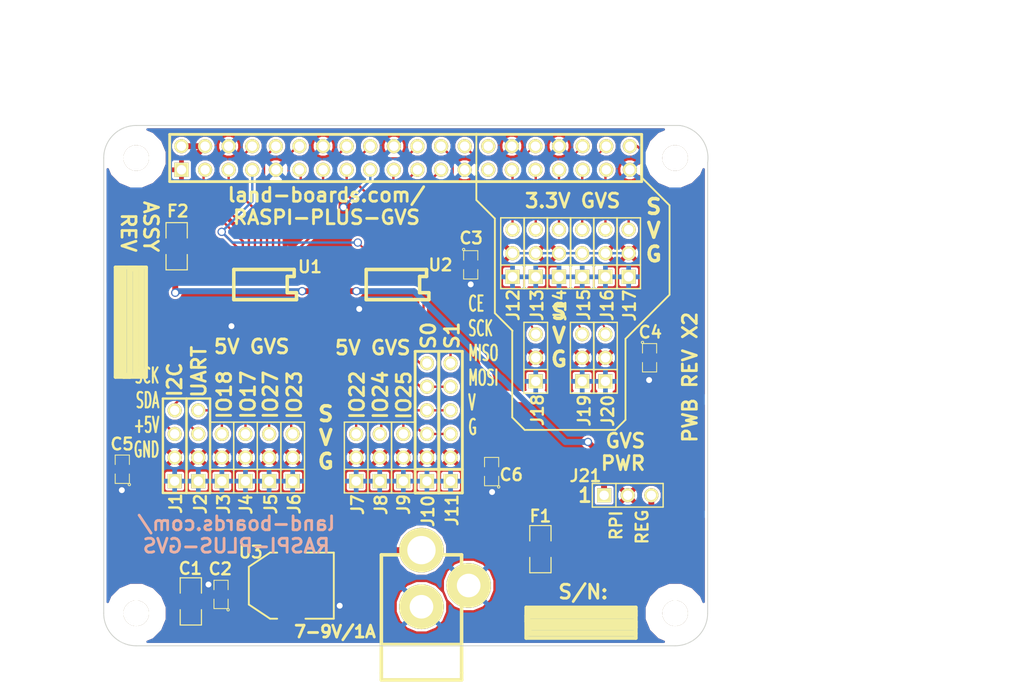
<source format=kicad_pcb>
(kicad_pcb (version 3) (host pcbnew "(2013-07-07 BZR 4022)-stable")
  (layers (15 F.Cu signal) (0 B.Cu signal hide) (20 B.SilkS user) (21 F.SilkS user) (22 B.Mask user) (23 F.Mask user) (28 Edge.Cuts user))
  (net 0 "")
  (net 1 /+3.3V)
  (net 2 /BIO_17)
  (net 3 /BIO_18)
  (net 4 /BIO_22)
  (net 5 /BIO_23)
  (net 6 /BIO_24)
  (net 7 /BIO_25)
  (net 8 /BIO_27)
  (net 9 /BRXD0)
  (net 10 /BSCLK1)
  (net 11 /BSDA1)
  (net 12 /BSPICE0)
  (net 13 /BSPICE1)
  (net 14 /BSPIMISO)
  (net 15 /BSPIMOSI)
  (net 16 /BSPISCK)
  (net 17 /BTXD0)
  (net 18 /GND)
  (net 19 /GV5V)
  (net 20 /IO_12)
  (net 21 /IO_13)
  (net 22 /IO_16)
  (net 23 /IO_17)
  (net 24 /IO_18)
  (net 25 /IO_19)
  (net 26 /IO_20)
  (net 27 /IO_21)
  (net 28 /IO_22)
  (net 29 /IO_23)
  (net 30 /IO_24)
  (net 31 /IO_25)
  (net 32 /IO_26)
  (net 33 /IO_27)
  (net 34 /IO_4)
  (net 35 /IO_5)
  (net 36 /IO_6)
  (net 37 /R5)
  (net 38 /RP5V)
  (net 39 /RXD0)
  (net 40 /SCLK1)
  (net 41 /SDA1)
  (net 42 /SPICE0)
  (net 43 /SPICE1)
  (net 44 /SPIMISO)
  (net 45 /SPIMOSI)
  (net 46 /SPISCK)
  (net 47 /TXD0)
  (net 48 /VR5V)
  (net 49 /VRIN)
  (net 50 /VROUT)
  (module PIN_ARRAY_4x1 (layer F.Cu) (at 10.18 34.47 90)
    (fp_text reference J2 (at -6.2716 0.234 90) (layer F.SilkS) (effects (font (size 1.27 1.27) (thickness 0.254))))
    (fp_text value CONN_4 hide)
    (pad 1 thru_hole rect (at -3.81 0 90) (size 1.524 1.524) (drill 1.016) (layers *.Cu *.Mask F.SilkS) (net 18 /GND))
    (pad 2 thru_hole circle (at -1.27 0 90) (size 1.524 1.524) (drill 1.016) (layers *.Cu *.Mask F.SilkS) (net 19 /GV5V))
    (pad 3 thru_hole circle (at 1.27 0 90) (size 1.524 1.524) (drill 1.016) (layers *.Cu *.Mask F.SilkS) (net 17 /BTXD0))
    (pad 4 thru_hole circle (at 3.81 0 90) (size 1.524 1.524) (drill 1.016) (layers *.Cu *.Mask F.SilkS) (net 9 /BRXD0))
  )
  (module PIN_ARRAY_3X1 (layer F.Cu) (at 12.72 35.74 90)
    (fp_text reference J3 (at -5.0016 0.1832 90) (layer F.SilkS) (effects (font (size 1.27 1.27) (thickness 0.254))))
    (fp_text value CONN_3 hide)
    (pad 1 thru_hole rect (at -2.54 0 90) (size 1.524 1.524) (drill 1.016) (layers *.Cu *.Mask F.SilkS) (net 18 /GND))
    (pad 2 thru_hole circle (at 0 0 90) (size 1.524 1.524) (drill 1.016) (layers *.Cu *.Mask F.SilkS) (net 19 /GV5V))
    (pad 3 thru_hole circle (at 2.54 0 90) (size 1.524 1.524) (drill 1.016) (layers *.Cu *.Mask F.SilkS) (net 3 /BIO_18))
  )
  (module PIN_ARRAY_3X1 (layer F.Cu) (at 17.8 35.74 90)
    (fp_text reference J5 (at -5.0016 0.1832 90) (layer F.SilkS) (effects (font (size 1.27 1.27) (thickness 0.254))))
    (fp_text value CONN_3 hide)
    (pad 1 thru_hole rect (at -2.54 0 90) (size 1.524 1.524) (drill 1.016) (layers *.Cu *.Mask F.SilkS) (net 18 /GND))
    (pad 2 thru_hole circle (at 0 0 90) (size 1.524 1.524) (drill 1.016) (layers *.Cu *.Mask F.SilkS) (net 19 /GV5V))
    (pad 3 thru_hole circle (at 2.54 0 90) (size 1.524 1.524) (drill 1.016) (layers *.Cu *.Mask F.SilkS) (net 8 /BIO_27))
  )
  (module PIN_ARRAY_3X1 (layer F.Cu) (at 27.17 35.74 90)
    (fp_text reference J7 (at -5.0778 0.1604 90) (layer F.SilkS) (effects (font (size 1.27 1.27) (thickness 0.254))))
    (fp_text value CONN_3 hide)
    (pad 1 thru_hole rect (at -2.54 0 90) (size 1.524 1.524) (drill 1.016) (layers *.Cu *.Mask F.SilkS) (net 18 /GND))
    (pad 2 thru_hole circle (at 0 0 90) (size 1.524 1.524) (drill 1.016) (layers *.Cu *.Mask F.SilkS) (net 19 /GV5V))
    (pad 3 thru_hole circle (at 2.54 0 90) (size 1.524 1.524) (drill 1.016) (layers *.Cu *.Mask F.SilkS) (net 4 /BIO_22))
  )
  (module PIN_ARRAY_3X1 (layer F.Cu) (at 32.25 35.74 90)
    (fp_text reference J9 (at -5.0524 0.0334 90) (layer F.SilkS) (effects (font (size 1.27 1.27) (thickness 0.254))))
    (fp_text value CONN_3 hide)
    (pad 1 thru_hole rect (at -2.54 0 90) (size 1.524 1.524) (drill 1.016) (layers *.Cu *.Mask F.SilkS) (net 18 /GND))
    (pad 2 thru_hole circle (at 0 0 90) (size 1.524 1.524) (drill 1.016) (layers *.Cu *.Mask F.SilkS) (net 19 /GV5V))
    (pad 3 thru_hole circle (at 2.54 0 90) (size 1.524 1.524) (drill 1.016) (layers *.Cu *.Mask F.SilkS) (net 7 /BIO_25))
  )
  (module PIN_ARRAY_3X1 (layer F.Cu) (at 20.34 35.74 90)
    (fp_text reference J6 (at -5.0016 0.1578 90) (layer F.SilkS) (effects (font (size 1.27 1.27) (thickness 0.254))))
    (fp_text value CONN_3 hide)
    (pad 1 thru_hole rect (at -2.54 0 90) (size 1.524 1.524) (drill 1.016) (layers *.Cu *.Mask F.SilkS) (net 18 /GND))
    (pad 2 thru_hole circle (at 0 0 90) (size 1.524 1.524) (drill 1.016) (layers *.Cu *.Mask F.SilkS) (net 19 /GV5V))
    (pad 3 thru_hole circle (at 2.54 0 90) (size 1.524 1.524) (drill 1.016) (layers *.Cu *.Mask F.SilkS) (net 5 /BIO_23))
  )
  (module PIN_ARRAY_3X1 (layer F.Cu) (at 29.71 35.74 90)
    (fp_text reference J8 (at -5.0778 0.135 90) (layer F.SilkS) (effects (font (size 1.27 1.27) (thickness 0.254))))
    (fp_text value CONN_3 hide)
    (pad 1 thru_hole rect (at -2.54 0 90) (size 1.524 1.524) (drill 1.016) (layers *.Cu *.Mask F.SilkS) (net 18 /GND))
    (pad 2 thru_hole circle (at 0 0 90) (size 1.524 1.524) (drill 1.016) (layers *.Cu *.Mask F.SilkS) (net 19 /GV5V))
    (pad 3 thru_hole circle (at 2.54 0 90) (size 1.524 1.524) (drill 1.016) (layers *.Cu *.Mask F.SilkS) (net 6 /BIO_24))
  )
  (module PIN_ARRAY-6X1 (layer F.Cu) (at 37.33 31.93 90)
    (fp_text reference J11 (at -9.472 0.1604 90) (layer F.SilkS) (effects (font (size 1.27 1.27) (thickness 0.254))))
    (fp_text value CONN_6 hide)
    (pad 1 thru_hole rect (at -6.35 0 90) (size 1.524 1.524) (drill 1.016) (layers *.Cu *.Mask F.SilkS) (net 18 /GND))
    (pad 2 thru_hole circle (at -3.81 0 90) (size 1.524 1.524) (drill 1.016) (layers *.Cu *.Mask F.SilkS) (net 19 /GV5V))
    (pad 3 thru_hole circle (at -1.27 0 90) (size 1.524 1.524) (drill 1.016) (layers *.Cu *.Mask F.SilkS) (net 15 /BSPIMOSI))
    (pad 4 thru_hole circle (at 1.27 0 90) (size 1.524 1.524) (drill 1.016) (layers *.Cu *.Mask F.SilkS) (net 14 /BSPIMISO))
    (pad 5 thru_hole circle (at 3.81 0 90) (size 1.524 1.524) (drill 1.016) (layers *.Cu *.Mask F.SilkS) (net 16 /BSPISCK))
    (pad 6 thru_hole circle (at 6.35 0 90) (size 1.524 1.524) (drill 1.016) (layers *.Cu *.Mask F.SilkS) (net 13 /BSPICE1))
  )
  (module SM1206 (layer F.Cu) (at 47 45.6 90)
    (fp_text reference F1 (at 3.556 0 180) (layer F.SilkS) (effects (font (size 1.27 1.27) (thickness 0.254))))
    (fp_text value FUSE hide)
    (pad 1 smd rect (at -1.651 0 90) (size 1.524 2.032) (layers F.Cu F.Mask) (net 50 /VROUT))
    (pad 2 smd rect (at 1.651 0 90) (size 1.524 2.032) (layers F.Cu F.Mask) (net 48 /VR5V))
  )
  (module PIN_ARRAY_4x1 (layer F.Cu) (at 7.64 34.47 90)
    (fp_text reference J1 (at -6.2208 0.107 90) (layer F.SilkS) (effects (font (size 1.27 1.27) (thickness 0.254))))
    (fp_text value CONN_4 hide)
    (pad 1 thru_hole rect (at -3.81 0 90) (size 1.524 1.524) (drill 1.016) (layers *.Cu *.Mask F.SilkS) (net 18 /GND))
    (pad 2 thru_hole circle (at -1.27 0 90) (size 1.524 1.524) (drill 1.016) (layers *.Cu *.Mask F.SilkS) (net 19 /GV5V))
    (pad 3 thru_hole circle (at 1.27 0 90) (size 1.524 1.524) (drill 1.016) (layers *.Cu *.Mask F.SilkS) (net 11 /BSDA1))
    (pad 4 thru_hole circle (at 3.81 0 90) (size 1.524 1.524) (drill 1.016) (layers *.Cu *.Mask F.SilkS) (net 10 /BSCLK1))
  )
  (module PIN_ARRAY_3X1 (layer F.Cu) (at 15.26 35.74 90)
    (fp_text reference J4 (at -5.027 0.0562 90) (layer F.SilkS) (effects (font (size 1.27 1.27) (thickness 0.254))))
    (fp_text value CONN_3 hide)
    (pad 1 thru_hole rect (at -2.54 0 90) (size 1.524 1.524) (drill 1.016) (layers *.Cu *.Mask F.SilkS) (net 18 /GND))
    (pad 2 thru_hole circle (at 0 0 90) (size 1.524 1.524) (drill 1.016) (layers *.Cu *.Mask F.SilkS) (net 19 /GV5V))
    (pad 3 thru_hole circle (at 2.54 0 90) (size 1.524 1.524) (drill 1.016) (layers *.Cu *.Mask F.SilkS) (net 2 /BIO_17))
  )
  (module PIN_ARRAY-6X1 (layer F.Cu) (at 34.79 31.93 90)
    (fp_text reference J10 (at -9.5736 0.1096 90) (layer F.SilkS) (effects (font (size 1.27 1.27) (thickness 0.254))))
    (fp_text value CONN_6 hide)
    (pad 1 thru_hole rect (at -6.35 0 90) (size 1.524 1.524) (drill 1.016) (layers *.Cu *.Mask F.SilkS) (net 18 /GND))
    (pad 2 thru_hole circle (at -3.81 0 90) (size 1.524 1.524) (drill 1.016) (layers *.Cu *.Mask F.SilkS) (net 19 /GV5V))
    (pad 3 thru_hole circle (at -1.27 0 90) (size 1.524 1.524) (drill 1.016) (layers *.Cu *.Mask F.SilkS) (net 15 /BSPIMOSI))
    (pad 4 thru_hole circle (at 1.27 0 90) (size 1.524 1.524) (drill 1.016) (layers *.Cu *.Mask F.SilkS) (net 14 /BSPIMISO))
    (pad 5 thru_hole circle (at 3.81 0 90) (size 1.524 1.524) (drill 1.016) (layers *.Cu *.Mask F.SilkS) (net 16 /BSPISCK))
    (pad 6 thru_hole circle (at 6.35 0 90) (size 1.524 1.524) (drill 1.016) (layers *.Cu *.Mask F.SilkS) (net 12 /BSPICE0))
  )
  (module SOG20 (layer F.Cu) (at 31.5 17 180)
    (fp_text reference U2 (at -4.7458 1.9886 180) (layer F.SilkS) (effects (font (size 1.27 1.27) (thickness 0.254))))
    (fp_text value TXB0108 hide)
    (pad 11 smd rect (at 2.95 -2.8 180) (size 0.25 1.55) (layers F.Cu F.Mask) (net 18 /GND))
    (pad 12 smd rect (at 2.275 -2.8 180) (size 0.25 1.55) (layers F.Cu F.Mask) (net 4 /BIO_22))
    (pad 13 smd rect (at 1.625 -2.8 180) (size 0.25 1.55) (layers F.Cu F.Mask) (net 6 /BIO_24))
    (pad 14 smd rect (at 0.975 -2.8 180) (size 0.25 1.55) (layers F.Cu F.Mask) (net 7 /BIO_25))
    (pad 15 smd rect (at 0.325 -2.8 180) (size 0.25 1.55) (layers F.Cu F.Mask) (net 15 /BSPIMOSI))
    (pad 16 smd rect (at -0.325 -2.8 180) (size 0.25 1.55) (layers F.Cu F.Mask) (net 14 /BSPIMISO))
    (pad 17 smd rect (at -0.975 -2.8 180) (size 0.25 1.55) (layers F.Cu F.Mask) (net 16 /BSPISCK))
    (pad 18 smd rect (at -1.625 -2.8 180) (size 0.25 1.55) (layers F.Cu F.Mask) (net 12 /BSPICE0))
    (pad 19 smd rect (at -2.275 -2.8 180) (size 0.25 1.55) (layers F.Cu F.Mask) (net 19 /GV5V))
    (pad 20 smd rect (at -2.925 -2.8 180) (size 0.25 1.55) (layers F.Cu F.Mask) (net 13 /BSPICE1))
    (pad 1 smd rect (at -2.925 2.8 180) (size 0.25 1.55) (layers F.Cu F.Mask) (net 43 /SPICE1))
    (pad 2 smd rect (at -2.275 2.8 180) (size 0.25 1.55) (layers F.Cu F.Mask) (net 1 /+3.3V))
    (pad 3 smd rect (at -1.625 2.8 180) (size 0.25 1.55) (layers F.Cu F.Mask) (net 42 /SPICE0))
    (pad 4 smd rect (at -0.975 2.8 180) (size 0.25 1.55) (layers F.Cu F.Mask) (net 46 /SPISCK))
    (pad 5 smd rect (at -0.325 2.8 180) (size 0.25 1.55) (layers F.Cu F.Mask) (net 44 /SPIMISO))
    (pad 6 smd rect (at 0.325 2.8 180) (size 0.25 1.55) (layers F.Cu F.Mask) (net 45 /SPIMOSI))
    (pad 7 smd rect (at 0.975 2.8 180) (size 0.25 1.55) (layers F.Cu F.Mask) (net 31 /IO_25))
    (pad 8 smd rect (at 1.625 2.8 180) (size 0.25 1.55) (layers F.Cu F.Mask) (net 30 /IO_24))
    (pad 9 smd rect (at 2.275 2.8 180) (size 0.25 1.55) (layers F.Cu F.Mask) (net 28 /IO_22))
    (pad 10 smd rect (at 2.925 2.8 180) (size 0.25 1.55) (layers F.Cu F.Mask) (net 34 /IO_4))
  )
  (module SOG20 (layer F.Cu) (at 17.25 17 180)
    (fp_text reference U1 (at -4.9496 1.7854 180) (layer F.SilkS) (effects (font (size 1.27 1.27) (thickness 0.254))))
    (fp_text value TXB0108 hide)
    (pad 11 smd rect (at 2.95 -2.8 180) (size 0.25 1.55) (layers F.Cu F.Mask) (net 18 /GND))
    (pad 12 smd rect (at 2.275 -2.8 180) (size 0.25 1.55) (layers F.Cu F.Mask) (net 11 /BSDA1))
    (pad 13 smd rect (at 1.625 -2.8 180) (size 0.25 1.55) (layers F.Cu F.Mask) (net 10 /BSCLK1))
    (pad 14 smd rect (at 0.975 -2.8 180) (size 0.25 1.55) (layers F.Cu F.Mask) (net 17 /BTXD0))
    (pad 15 smd rect (at 0.325 -2.8 180) (size 0.25 1.55) (layers F.Cu F.Mask) (net 9 /BRXD0))
    (pad 16 smd rect (at -0.325 -2.8 180) (size 0.25 1.55) (layers F.Cu F.Mask) (net 3 /BIO_18))
    (pad 17 smd rect (at -0.975 -2.8 180) (size 0.25 1.55) (layers F.Cu F.Mask) (net 2 /BIO_17))
    (pad 18 smd rect (at -1.625 -2.8 180) (size 0.25 1.55) (layers F.Cu F.Mask) (net 8 /BIO_27))
    (pad 19 smd rect (at -2.275 -2.8 180) (size 0.25 1.55) (layers F.Cu F.Mask) (net 19 /GV5V))
    (pad 20 smd rect (at -2.925 -2.8 180) (size 0.25 1.55) (layers F.Cu F.Mask) (net 5 /BIO_23))
    (pad 1 smd rect (at -2.925 2.8 180) (size 0.25 1.55) (layers F.Cu F.Mask) (net 29 /IO_23))
    (pad 2 smd rect (at -2.275 2.8 180) (size 0.25 1.55) (layers F.Cu F.Mask) (net 1 /+3.3V))
    (pad 3 smd rect (at -1.625 2.8 180) (size 0.25 1.55) (layers F.Cu F.Mask) (net 33 /IO_27))
    (pad 4 smd rect (at -0.975 2.8 180) (size 0.25 1.55) (layers F.Cu F.Mask) (net 23 /IO_17))
    (pad 5 smd rect (at -0.325 2.8 180) (size 0.25 1.55) (layers F.Cu F.Mask) (net 24 /IO_18))
    (pad 6 smd rect (at 0.325 2.8 180) (size 0.25 1.55) (layers F.Cu F.Mask) (net 39 /RXD0))
    (pad 7 smd rect (at 0.975 2.8 180) (size 0.25 1.55) (layers F.Cu F.Mask) (net 47 /TXD0))
    (pad 8 smd rect (at 1.625 2.8 180) (size 0.25 1.55) (layers F.Cu F.Mask) (net 40 /SCLK1))
    (pad 9 smd rect (at 2.275 2.8 180) (size 0.25 1.55) (layers F.Cu F.Mask) (net 41 /SDA1))
    (pad 10 smd rect (at 2.925 2.8 180) (size 0.25 1.55) (layers F.Cu F.Mask) (net 34 /IO_4))
  )
  (module SOT223 (layer F.Cu) (at 20.193 49.53 90)
    (fp_text reference U3 (at 3.6068 -4.3688 180) (layer F.SilkS) (effects (font (size 1.27 1.27) (thickness 0.254))))
    (fp_text value AP1117 hide)
    (pad 4 smd rect (at 0 -3.302 90) (size 3.6576 2.032) (layers F.Cu F.Mask) (net 50 /VROUT))
    (pad 2 smd rect (at 0 3.302 90) (size 1.016 2.032) (layers F.Cu F.Mask) (net 50 /VROUT))
    (pad 3 smd rect (at 2.286 3.302 90) (size 1.016 2.032) (layers F.Cu F.Mask) (net 49 /VRIN))
    (pad 1 smd rect (at -2.286 3.302 90) (size 1.016 2.032) (layers F.Cu F.Mask) (net 18 /GND))
  )
  (module SM1206 (layer F.Cu) (at 9.3772 51.2246 90)
    (fp_text reference C1 (at 3.5488 -0.0554 180) (layer F.SilkS) (effects (font (size 1.27 1.27) (thickness 0.254))))
    (fp_text value 106 hide)
    (pad 1 smd rect (at -1.651 0 90) (size 1.524 2.032) (layers F.Cu F.Mask) (net 50 /VROUT))
    (pad 2 smd rect (at 1.651 0 90) (size 1.524 2.032) (layers F.Cu F.Mask) (net 18 /GND))
  )
  (module SM1206 (layer F.Cu) (at 7.85 13 270)
    (fp_text reference F2 (at -3.7798 -0.1256 360) (layer F.SilkS) (effects (font (size 1.27 1.27) (thickness 0.254))))
    (fp_text value FUSE hide)
    (pad 1 smd rect (at -1.651 0 270) (size 1.524 2.032) (layers F.Cu F.Mask) (net 37 /R5))
    (pad 2 smd rect (at 1.651 0 270) (size 1.524 2.032) (layers F.Cu F.Mask) (net 38 /RP5V))
  )
  (module JACK_2.1MM (layer F.Cu) (at 34.2 51.8 90)
    (fp_text reference J22 hide)
    (fp_text value JACK-3.5MM hide)
    (pad 2 thru_hole circle (at 0 0 90) (size 4.8006 4.8006) (drill 2.54) (layers *.Cu *.Mask F.SilkS) (net 18 /GND))
    (pad 1 thru_hole circle (at 6.096 0 90) (size 4.8006 4.8006) (drill 3.048) (layers *.Cu *.Mask F.SilkS) (net 49 /VRIN))
    (pad 3 thru_hole circle (at 2.286 5.08 90) (size 4.8006 4.8006) (drill 2.54) (layers *.Cu *.Mask F.SilkS) (net 18 /GND))
  )
  (module SM0805 (layer F.Cu) (at 12.6272 50.4746 90)
    (fp_text reference C2 (at 2.748 -0.0796 180) (layer F.SilkS) (effects (font (size 1.27 1.27) (thickness 0.254))))
    (fp_text value 104 hide)
    (pad 1 smd rect (at -0.9525 0 90) (size 0.889 1.397) (layers F.Cu F.Mask) (net 50 /VROUT))
    (pad 2 smd rect (at 0.9525 0 90) (size 0.889 1.397) (layers F.Cu F.Mask) (net 18 /GND))
  )
  (module SM0805 (layer F.Cu) (at 39.5 15 270)
    (fp_text reference C3 (at -2.8842 -0.0478 360) (layer F.SilkS) (effects (font (size 1.27 1.27) (thickness 0.254))))
    (fp_text value 104 hide)
    (pad 1 smd rect (at -0.9525 0 270) (size 0.889 1.397) (layers F.Cu F.Mask) (net 1 /+3.3V))
    (pad 2 smd rect (at 0.9525 0 270) (size 0.889 1.397) (layers F.Cu F.Mask) (net 18 /GND))
  )
  (module SM0805 (layer F.Cu) (at 58.75 25 270)
    (fp_text reference C4 (at -2.7496 -0.0764 360) (layer F.SilkS) (effects (font (size 1.27 1.27) (thickness 0.254))))
    (fp_text value 104 hide)
    (pad 1 smd rect (at -0.9525 0 270) (size 0.889 1.397) (layers F.Cu F.Mask) (net 1 /+3.3V))
    (pad 2 smd rect (at 0.9525 0 270) (size 0.889 1.397) (layers F.Cu F.Mask) (net 18 /GND))
  )
  (module SM0805 (layer F.Cu) (at 2 37 90)
    (fp_text reference C5 (at 2.71 -0.0188 180) (layer F.SilkS) (effects (font (size 1.27 1.27) (thickness 0.254))))
    (fp_text value 104 hide)
    (pad 1 smd rect (at -0.9525 0 90) (size 0.889 1.397) (layers F.Cu F.Mask) (net 18 /GND))
    (pad 2 smd rect (at 0.9525 0 90) (size 0.889 1.397) (layers F.Cu F.Mask) (net 19 /GV5V))
  )
  (module SM0805 (layer F.Cu) (at 41.75 37.25 90)
    (fp_text reference C6 (at -0.342 2.1158 180) (layer F.SilkS) (effects (font (size 1.27 1.27) (thickness 0.254))))
    (fp_text value 104 hide)
    (pad 1 smd rect (at -0.9525 0 90) (size 0.889 1.397) (layers F.Cu F.Mask) (net 18 /GND))
    (pad 2 smd rect (at 0.9525 0 90) (size 0.889 1.397) (layers F.Cu F.Mask) (net 19 /GV5V))
  )
  (module REV_BLOCK (layer F.Cu) (at 51.816 53.3908 180)
    (fp_text reference COUP?2 hide)
    (fp_text value COUPON hide)
  )
  (module REV_BLOCK (layer F.Cu) (at 2.794 20.7264 270)
    (fp_text reference COUP?1 hide)
    (fp_text value COUPON hide)
  )
  (module PIN_ARRAY_3X1 (layer F.Cu) (at 44 13.75 90)
    (fp_text reference J12 (at -5.5794 0.069 90) (layer F.SilkS) (effects (font (size 1.27 1.27) (thickness 0.254))))
    (fp_text value CONN_3 hide)
    (pad 1 thru_hole rect (at -2.54 0 90) (size 1.524 1.524) (drill 1.016) (layers *.Cu *.Mask F.SilkS) (net 18 /GND))
    (pad 2 thru_hole circle (at 0 0 90) (size 1.524 1.524) (drill 1.016) (layers *.Cu *.Mask F.SilkS) (net 1 /+3.3V))
    (pad 3 thru_hole circle (at 2.54 0 90) (size 1.524 1.524) (drill 1.016) (layers *.Cu *.Mask F.SilkS) (net 35 /IO_5))
  )
  (module PIN_ARRAY_3X1 (layer F.Cu) (at 46.5 13.75 90)
    (fp_text reference J13 (at -5.5794 0.1344 90) (layer F.SilkS) (effects (font (size 1.27 1.27) (thickness 0.254))))
    (fp_text value CONN_3 hide)
    (pad 1 thru_hole rect (at -2.54 0 90) (size 1.524 1.524) (drill 1.016) (layers *.Cu *.Mask F.SilkS) (net 18 /GND))
    (pad 2 thru_hole circle (at 0 0 90) (size 1.524 1.524) (drill 1.016) (layers *.Cu *.Mask F.SilkS) (net 1 /+3.3V))
    (pad 3 thru_hole circle (at 2.54 0 90) (size 1.524 1.524) (drill 1.016) (layers *.Cu *.Mask F.SilkS) (net 36 /IO_6))
  )
  (module PIN_ARRAY_3X1 (layer F.Cu) (at 49 13.75 90)
    (fp_text reference J14 (at -5.6048 0.0982 90) (layer F.SilkS) (effects (font (size 1.27 1.27) (thickness 0.254))))
    (fp_text value CONN_3 hide)
    (pad 1 thru_hole rect (at -2.54 0 90) (size 1.524 1.524) (drill 1.016) (layers *.Cu *.Mask F.SilkS) (net 18 /GND))
    (pad 2 thru_hole circle (at 0 0 90) (size 1.524 1.524) (drill 1.016) (layers *.Cu *.Mask F.SilkS) (net 1 /+3.3V))
    (pad 3 thru_hole circle (at 2.54 0 90) (size 1.524 1.524) (drill 1.016) (layers *.Cu *.Mask F.SilkS) (net 21 /IO_13))
  )
  (module PIN_ARRAY_3X1 (layer F.Cu) (at 51.5 13.75 90)
    (fp_text reference J15 (at -5.554 0.1636 90) (layer F.SilkS) (effects (font (size 1.27 1.27) (thickness 0.254))))
    (fp_text value CONN_3 hide)
    (pad 1 thru_hole rect (at -2.54 0 90) (size 1.524 1.524) (drill 1.016) (layers *.Cu *.Mask F.SilkS) (net 18 /GND))
    (pad 2 thru_hole circle (at 0 0 90) (size 1.524 1.524) (drill 1.016) (layers *.Cu *.Mask F.SilkS) (net 1 /+3.3V))
    (pad 3 thru_hole circle (at 2.54 0 90) (size 1.524 1.524) (drill 1.016) (layers *.Cu *.Mask F.SilkS) (net 25 /IO_19))
  )
  (module PIN_ARRAY_3X1 (layer F.Cu) (at 54 13.75 90)
    (fp_text reference J16 (at -5.5794 0.1782 90) (layer F.SilkS) (effects (font (size 1.27 1.27) (thickness 0.254))))
    (fp_text value CONN_3 hide)
    (pad 1 thru_hole rect (at -2.54 0 90) (size 1.524 1.524) (drill 1.016) (layers *.Cu *.Mask F.SilkS) (net 18 /GND))
    (pad 2 thru_hole circle (at 0 0 90) (size 1.524 1.524) (drill 1.016) (layers *.Cu *.Mask F.SilkS) (net 1 /+3.3V))
    (pad 3 thru_hole circle (at 2.54 0 90) (size 1.524 1.524) (drill 1.016) (layers *.Cu *.Mask F.SilkS) (net 32 /IO_26))
  )
  (module PIN_ARRAY_3X1 (layer F.Cu) (at 46.5 25 90)
    (fp_text reference J18 (at -5.6324 0.1852 90) (layer F.SilkS) (effects (font (size 1.27 1.27) (thickness 0.254))))
    (fp_text value CONN_3 hide)
    (pad 1 thru_hole rect (at -2.54 0 90) (size 1.524 1.524) (drill 1.016) (layers *.Cu *.Mask F.SilkS) (net 18 /GND))
    (pad 2 thru_hole circle (at 0 0 90) (size 1.524 1.524) (drill 1.016) (layers *.Cu *.Mask F.SilkS) (net 1 /+3.3V))
    (pad 3 thru_hole circle (at 2.54 0 90) (size 1.524 1.524) (drill 1.016) (layers *.Cu *.Mask F.SilkS) (net 20 /IO_12))
  )
  (module PIN_ARRAY_3X1 (layer F.Cu) (at 51.5 25 90)
    (fp_text reference J19 (at -5.6832 0.2144 90) (layer F.SilkS) (effects (font (size 1.27 1.27) (thickness 0.254))))
    (fp_text value CONN_3 hide)
    (pad 1 thru_hole rect (at -2.54 0 90) (size 1.524 1.524) (drill 1.016) (layers *.Cu *.Mask F.SilkS) (net 18 /GND))
    (pad 2 thru_hole circle (at 0 0 90) (size 1.524 1.524) (drill 1.016) (layers *.Cu *.Mask F.SilkS) (net 1 /+3.3V))
    (pad 3 thru_hole circle (at 2.54 0 90) (size 1.524 1.524) (drill 1.016) (layers *.Cu *.Mask F.SilkS) (net 22 /IO_16))
  )
  (module PIN_ARRAY_3X1 (layer F.Cu) (at 54 25 90)
    (fp_text reference J20 (at -5.7086 0.2544 90) (layer F.SilkS) (effects (font (size 1.27 1.27) (thickness 0.254))))
    (fp_text value CONN_3 hide)
    (pad 1 thru_hole rect (at -2.54 0 90) (size 1.524 1.524) (drill 1.016) (layers *.Cu *.Mask F.SilkS) (net 18 /GND))
    (pad 2 thru_hole circle (at 0 0 90) (size 1.524 1.524) (drill 1.016) (layers *.Cu *.Mask F.SilkS) (net 1 /+3.3V))
    (pad 3 thru_hole circle (at 2.54 0 90) (size 1.524 1.524) (drill 1.016) (layers *.Cu *.Mask F.SilkS) (net 26 /IO_20))
  )
  (module PIN_ARRAY_3X1 (layer F.Cu) (at 56.5 13.75 90)
    (fp_text reference J17 (at -5.6302 0.0912 90) (layer F.SilkS) (effects (font (size 1.27 1.27) (thickness 0.254))))
    (fp_text value CONN_3 hide)
    (pad 1 thru_hole rect (at -2.54 0 90) (size 1.524 1.524) (drill 1.016) (layers *.Cu *.Mask F.SilkS) (net 18 /GND))
    (pad 2 thru_hole circle (at 0 0 90) (size 1.524 1.524) (drill 1.016) (layers *.Cu *.Mask F.SilkS) (net 1 /+3.3V))
    (pad 3 thru_hole circle (at 2.54 0 90) (size 1.524 1.524) (drill 1.016) (layers *.Cu *.Mask F.SilkS) (net 27 /IO_21))
  )
  (module PIN_ARRAY_20X2 (layer F.Cu) (at 32.5 3.5)
    (fp_text reference J24 hide)
    (fp_text value RASPIOPLUS hide)
    (pad 1 thru_hole rect (at -24.13 1.27) (size 1.524 1.524) (drill 1.016) (layers *.Cu *.Mask F.SilkS) (net 1 /+3.3V))
    (pad 2 thru_hole circle (at -24.13 -1.27) (size 1.524 1.524) (drill 1.016) (layers *.Cu *.Mask F.SilkS) (net 37 /R5))
    (pad 11 thru_hole circle (at -11.43 1.27) (size 1.524 1.524) (drill 1.016) (layers *.Cu *.Mask F.SilkS) (net 23 /IO_17))
    (pad 4 thru_hole circle (at -21.59 -1.27) (size 1.524 1.524) (drill 1.016) (layers *.Cu *.Mask F.SilkS) (net 37 /R5))
    (pad 13 thru_hole circle (at -8.89 1.27) (size 1.524 1.524) (drill 1.016) (layers *.Cu *.Mask F.SilkS) (net 33 /IO_27))
    (pad 6 thru_hole circle (at -19.05 -1.27) (size 1.524 1.524) (drill 1.016) (layers *.Cu *.Mask F.SilkS) (net 18 /GND))
    (pad 15 thru_hole circle (at -6.35 1.27) (size 1.524 1.524) (drill 1.016) (layers *.Cu *.Mask F.SilkS) (net 28 /IO_22))
    (pad 8 thru_hole circle (at -16.51 -1.27) (size 1.524 1.524) (drill 1.016) (layers *.Cu *.Mask F.SilkS) (net 47 /TXD0))
    (pad 17 thru_hole circle (at -3.81 1.27) (size 1.524 1.524) (drill 1.016) (layers *.Cu *.Mask F.SilkS) (net 1 /+3.3V))
    (pad 10 thru_hole circle (at -13.97 -1.27) (size 1.524 1.524) (drill 1.016) (layers *.Cu *.Mask F.SilkS) (net 39 /RXD0))
    (pad 19 thru_hole circle (at -1.27 1.27) (size 1.524 1.524) (drill 1.016) (layers *.Cu *.Mask F.SilkS) (net 45 /SPIMOSI))
    (pad 12 thru_hole circle (at -11.43 -1.27) (size 1.524 1.524) (drill 1.016) (layers *.Cu *.Mask F.SilkS) (net 24 /IO_18))
    (pad 21 thru_hole circle (at 1.27 1.27) (size 1.524 1.524) (drill 1.016) (layers *.Cu *.Mask F.SilkS) (net 44 /SPIMISO))
    (pad 14 thru_hole circle (at -8.89 -1.27) (size 1.524 1.524) (drill 1.016) (layers *.Cu *.Mask F.SilkS) (net 18 /GND))
    (pad 23 thru_hole circle (at 3.81 1.27) (size 1.524 1.524) (drill 1.016) (layers *.Cu *.Mask F.SilkS) (net 46 /SPISCK))
    (pad 16 thru_hole circle (at -6.35 -1.27) (size 1.524 1.524) (drill 1.016) (layers *.Cu *.Mask F.SilkS) (net 29 /IO_23))
    (pad 25 thru_hole circle (at 6.35 1.27) (size 1.524 1.524) (drill 1.016) (layers *.Cu *.Mask F.SilkS) (net 18 /GND))
    (pad 18 thru_hole circle (at -3.81 -1.27) (size 1.524 1.524) (drill 1.016) (layers *.Cu *.Mask F.SilkS) (net 30 /IO_24))
    (pad 27 thru_hole circle (at 8.89 1.27) (size 1.524 1.524) (drill 1.016) (layers *.Cu *.Mask F.SilkS))
    (pad 20 thru_hole circle (at -1.27 -1.27) (size 1.524 1.524) (drill 1.016) (layers *.Cu *.Mask F.SilkS) (net 18 /GND))
    (pad 29 thru_hole circle (at 11.43 1.27) (size 1.524 1.524) (drill 1.016) (layers *.Cu *.Mask F.SilkS) (net 35 /IO_5))
    (pad 22 thru_hole circle (at 1.27 -1.27) (size 1.524 1.524) (drill 1.016) (layers *.Cu *.Mask F.SilkS) (net 31 /IO_25))
    (pad 31 thru_hole circle (at 13.97 1.27) (size 1.524 1.524) (drill 1.016) (layers *.Cu *.Mask F.SilkS) (net 36 /IO_6))
    (pad 24 thru_hole circle (at 3.81 -1.27) (size 1.524 1.524) (drill 1.016) (layers *.Cu *.Mask F.SilkS) (net 42 /SPICE0))
    (pad 26 thru_hole circle (at 6.35 -1.27) (size 1.524 1.524) (drill 1.016) (layers *.Cu *.Mask F.SilkS) (net 43 /SPICE1))
    (pad 33 thru_hole circle (at 16.51 1.27) (size 1.524 1.524) (drill 1.016) (layers *.Cu *.Mask F.SilkS) (net 21 /IO_13))
    (pad 28 thru_hole circle (at 8.89 -1.27) (size 1.524 1.524) (drill 1.016) (layers *.Cu *.Mask F.SilkS))
    (pad 32 thru_hole circle (at 13.97 -1.27) (size 1.524 1.524) (drill 1.016) (layers *.Cu *.Mask F.SilkS) (net 20 /IO_12))
    (pad 34 thru_hole circle (at 16.51 -1.27) (size 1.524 1.524) (drill 1.016) (layers *.Cu *.Mask F.SilkS) (net 18 /GND))
    (pad 36 thru_hole circle (at 19.05 -1.27) (size 1.524 1.524) (drill 1.016) (layers *.Cu *.Mask F.SilkS) (net 22 /IO_16))
    (pad 38 thru_hole circle (at 21.59 -1.27) (size 1.524 1.524) (drill 1.016) (layers *.Cu *.Mask F.SilkS) (net 26 /IO_20))
    (pad 35 thru_hole circle (at 19.05 1.27) (size 1.524 1.524) (drill 1.016) (layers *.Cu *.Mask F.SilkS) (net 25 /IO_19))
    (pad 37 thru_hole circle (at 21.59 1.27) (size 1.524 1.524) (drill 1.016) (layers *.Cu *.Mask F.SilkS) (net 32 /IO_26))
    (pad 3 thru_hole circle (at -21.59 1.27) (size 1.524 1.524) (drill 1.016) (layers *.Cu *.Mask F.SilkS) (net 41 /SDA1))
    (pad 5 thru_hole circle (at -19.05 1.27) (size 1.524 1.524) (drill 1.016) (layers *.Cu *.Mask F.SilkS) (net 40 /SCLK1))
    (pad 7 thru_hole circle (at -16.51 1.27) (size 1.524 1.524) (drill 1.016) (layers *.Cu *.Mask F.SilkS) (net 34 /IO_4))
    (pad 9 thru_hole circle (at -13.97 1.27) (size 1.524 1.524) (drill 1.016) (layers *.Cu *.Mask F.SilkS) (net 18 /GND))
    (pad 39 thru_hole circle (at 24.13 1.27) (size 1.524 1.524) (drill 1.016) (layers *.Cu *.Mask F.SilkS) (net 18 /GND))
    (pad 40 thru_hole circle (at 24.13 -1.27) (size 1.524 1.524) (drill 1.016) (layers *.Cu *.Mask F.SilkS) (net 27 /IO_21))
    (pad 30 thru_hole circle (at 11.43 -1.27) (size 1.524 1.524) (drill 1.016) (layers *.Cu *.Mask F.SilkS) (net 18 /GND))
  )
  (module PIN_ARRAY_3X1 (layer F.Cu) (at 56.4 39.8)
    (fp_text reference J21 (at -4.55 -2.1) (layer F.SilkS) (effects (font (size 1.27 1.27) (thickness 0.254))))
    (fp_text value CONN_3 hide)
    (pad 1 thru_hole rect (at -2.54 0) (size 1.524 1.524) (drill 1.016) (layers *.Cu *.Mask F.SilkS) (net 38 /RP5V))
    (pad 2 thru_hole circle (at 0 0) (size 1.524 1.524) (drill 1.016) (layers *.Cu *.Mask F.SilkS) (net 19 /GV5V))
    (pad 3 thru_hole circle (at 2.54 0) (size 1.524 1.524) (drill 1.016) (layers *.Cu *.Mask F.SilkS) (net 48 /VR5V))
  )
  (module MTG-2.75MM (layer F.Cu) (at 61.5 52.5)
    (fp_text reference MTG4 hide)
    (fp_text value CONN_1 hide)
    (pad 1 thru_hole circle (at 0 0) (size 2.75 2.75) (drill 2.75) (layers *.Cu *.Mask F.SilkS) (clearance 1.8))
  )
  (module MTG-2.75MM (layer F.Cu) (at 3.5 52.5)
    (fp_text reference MTG3 hide)
    (fp_text value CONN_1 hide)
    (pad 1 thru_hole circle (at 0 0) (size 2.75 2.75) (drill 2.75) (layers *.Cu *.Mask F.SilkS) (clearance 1.8))
  )
  (module MTG-2.75MM (layer F.Cu) (at 61.5 3.5)
    (fp_text reference MTG2 hide)
    (fp_text value CONN_1 hide)
    (pad 1 thru_hole circle (at 0 0) (size 2.75 2.75) (drill 2.75) (layers *.Cu *.Mask F.SilkS) (clearance 1.8))
  )
  (module MTG-2.75MM (layer F.Cu) (at 3.5 3.5)
    (fp_text reference MTG1 hide)
    (fp_text value CONN_1 hide)
    (pad 1 thru_hole circle (at 0 0) (size 2.75 2.75) (drill 2.75) (layers *.Cu *.Mask F.SilkS) (clearance 1.8))
  )
  (gr_text RPI (at 55.15 41.3 90) (layer F.SilkS) (effects (font (size 1.27 1.27) (thickness 0.25)) (justify right)))
  (gr_line (start 40.1066 8.0264) (end 40.1066 0.889) (angle 90) (layer F.SilkS) (width 0.2))
  (gr_line (start 42.0878 10.0076) (end 40.1066 8.0264) (angle 90) (layer F.SilkS) (width 0.2))
  (gr_line (start 43.9674 31.4198) (end 43.9674 22.0726) (angle 90) (layer F.SilkS) (width 0.2))
  (gr_line (start 45.3136 32.766) (end 43.9674 31.4198) (angle 90) (layer F.SilkS) (width 0.2))
  (gr_line (start 55.0672 32.766) (end 45.3136 32.766) (angle 90) (layer F.SilkS) (width 0.2))
  (gr_line (start 56.1594 31.6738) (end 55.0672 32.766) (angle 90) (layer F.SilkS) (width 0.2))
  (gr_line (start 56.1594 22.9616) (end 56.1594 31.6738) (angle 90) (layer F.SilkS) (width 0.2))
  (gr_line (start 60.9092 18.2118) (end 56.1594 22.9616) (angle 90) (layer F.SilkS) (width 0.2))
  (gr_text REG (at 57.95 41.2 90) (layer F.SilkS) (effects (font (size 1.27 1.27) (thickness 0.25)) (justify right)))
  (gr_text "GVS\nPWR" (at 58.45 35.15) (layer F.SilkS) (effects (font (size 1.5 1.5) (thickness 0.3)) (justify right)))
  (gr_text "5V GVS" (at 28.956 23.9268) (layer F.SilkS) (effects (font (size 1.5 1.5) (thickness 0.3))))
  (gr_line (start 60.9 8.6) (end 57.9 5.6) (angle 90) (layer F.SilkS) (width 0.2))
  (gr_line (start 60.9 18.2) (end 60.9 8.6) (angle 90) (layer F.SilkS) (width 0.2))
  (gr_line (start 42.1 20.2) (end 44 22.1) (angle 90) (layer F.SilkS) (width 0.2))
  (gr_line (start 42.1 10) (end 42.1 20.2) (angle 90) (layer F.SilkS) (width 0.2))
  (gr_text "S\nV\nG" (at 59.2 11.3) (layer F.SilkS) (effects (font (size 1.5875 1.5875) (thickness 0.381))))
  (gr_text "S\nV\nG" (at 49 22.6) (layer F.SilkS) (effects (font (size 1.5875 1.5875) (thickness 0.381))))
  (gr_text "3.3V GVS" (at 50.4698 8.1026) (layer F.SilkS) (effects (font (size 1.5 1.5) (thickness 0.3))))
  (gr_text "5V GVS" (at 15.9258 23.7998) (layer F.SilkS) (effects (font (size 1.5 1.5) (thickness 0.3))))
  (gr_text "land-boards.com/\nRASPI-PLUS-GVS" (at 14.2748 44.0436) (layer B.SilkS) (effects (font (size 1.5 1.5) (thickness 0.3)) (justify mirror)))
  (gr_line (start 61.5 56) (end 3.5 56) (angle 90) (layer Edge.Cuts) (width 0.1))
  (gr_line (start 65 4) (end 65 52.5) (angle 90) (layer Edge.Cuts) (width 0.1))
  (gr_line (start 3.5 0) (end 62 0) (angle 90) (layer Edge.Cuts) (width 0.1))
  (gr_line (start 0 52.5) (end 0 3.5) (angle 90) (layer Edge.Cuts) (width 0.1))
  (gr_arc (start 61.5 3.5) (end 62 0) (angle 90) (layer Edge.Cuts) (width 0.1))
  (gr_arc (start 61.5 52.5) (end 65 52.5) (angle 90) (layer Edge.Cuts) (width 0.1))
  (gr_arc (start 3.5 52.5) (end 3.5 56) (angle 90) (layer Edge.Cuts) (width 0.1))
  (gr_arc (start 3.5 3.5) (end 0 3.5) (angle 90) (layer Edge.Cuts) (width 0.1))
  (gr_text "PWB REV X2" (at 63.1 27.1 90) (layer F.SilkS) (effects (font (size 1.5 1.5) (thickness 0.3))))
  (gr_text "ASSY\nREV" (at 3.8608 13.7922 270) (layer F.SilkS) (effects (font (size 1.5 1.5) (thickness 0.3)) (justify right)))
  (gr_text S/N: (at 51.6 50.2) (layer F.SilkS) (effects (font (size 1.5 1.5) (thickness 0.3))))
  (gr_text 1 (at 51.8 39.8) (layer F.SilkS) (effects (font (size 1.5 1.5) (thickness 0.3))))
  (gr_text 7-9V/1A (at 24.892 54.483) (layer F.SilkS) (effects (font (size 1.27 1.27) (thickness 0.3))))
  (gr_text "SCK\nSDA\n+5V\nGND" (at 6.116 30.914) (layer F.SilkS) (effects (font (size 1.651 0.889) (thickness 0.22225)) (justify right)))
  (gr_text "CE\nSCK\nMISO\nMOSI\nV\nG" (at 39.108 25.834) (layer F.SilkS) (effects (font (size 1.651 0.889) (thickness 0.22225)) (justify left)))
  (gr_text "land-boards.com/\nRASPI-PLUS-GVS" (at 23.9776 8.6868) (layer F.SilkS) (effects (font (size 1.5 1.5) (thickness 0.3))))
  (gr_text S1 (at 37.4904 22.606 90) (layer F.SilkS) (effects (font (size 1.5 1.5) (thickness 0.3))))
  (gr_text S0 (at 34.9504 22.606 90) (layer F.SilkS) (effects (font (size 1.5 1.5) (thickness 0.3))))
  (gr_text IO25 (at 32.3088 29.0322 90) (layer F.SilkS) (effects (font (size 1.5 1.5) (thickness 0.3))))
  (gr_text IO24 (at 29.7942 29.0068 90) (layer F.SilkS) (effects (font (size 1.5 1.5) (thickness 0.3))))
  (gr_text IO22 (at 27.2796 29.0068 90) (layer F.SilkS) (effects (font (size 1.5 1.5) (thickness 0.3))))
  (gr_text IO23 (at 20.5232 29.0068 90) (layer F.SilkS) (effects (font (size 1.5 1.5) (thickness 0.3))))
  (gr_text IO27 (at 17.9578 28.9814 90) (layer F.SilkS) (effects (font (size 1.5 1.5) (thickness 0.3))))
  (gr_text IO17 (at 15.5448 28.9814 90) (layer F.SilkS) (effects (font (size 1.5 1.5) (thickness 0.3))))
  (gr_text IO18 (at 12.9794 28.9814 90) (layer F.SilkS) (effects (font (size 1.5 1.5) (thickness 0.3))))
  (gr_text UART (at 10.25 26.5 90) (layer F.SilkS) (effects (font (size 1.5 1.5) (thickness 0.3))))
  (gr_text I2C (at 7.64 27.358 90) (layer F.SilkS) (effects (font (size 1.5 1.5) (thickness 0.3))))
  (gr_text "S\nV\nG" (at 23.9 33.6) (layer F.SilkS) (effects (font (size 1.5875 1.5875) (thickness 0.381))))
  (segment (start 44 13.75) (end 46.5 13.75) (width 0.254) (layer B.Cu) (net 1))
  (segment (start 46.5 13.75) (end 49 13.75) (width 0.254) (layer B.Cu) (net 1))
  (segment (start 49 13.75) (end 51.5 13.75) (width 0.254) (layer B.Cu) (net 1))
  (segment (start 51.5 13.75) (end 54 13.75) (width 0.254) (layer B.Cu) (net 1))
  (segment (start 54 13.75) (end 56.5 13.75) (width 0.254) (layer B.Cu) (net 1))
  (segment (start 28.69 4.77) (end 28.69 5.91) (width 0.254) (layer B.Cu) (net 1))
  (via (at 25.8 8.8) (size 0.889) (layers F.Cu B.Cu) (net 1))
  (segment (start 28.69 5.91) (end 25.8 8.8) (width 0.254) (layer B.Cu) (net 1))
  (segment (start 18.225 19.8) (end 18.225 28.375) (width 0.254) (layer F.Cu) (net 2))
  (segment (start 15.26 31.34) (end 15.26 33.2) (width 0.254) (layer F.Cu) (net 2))
  (segment (start 18.225 28.375) (end 15.26 31.34) (width 0.254) (layer F.Cu) (net 2))
  (segment (start 17.575 19.8) (end 17.575 26.025) (width 0.254) (layer F.Cu) (net 3))
  (segment (start 12.72 30.88) (end 12.72 33.2) (width 0.254) (layer F.Cu) (net 3))
  (segment (start 17.575 26.025) (end 12.72 30.88) (width 0.254) (layer F.Cu) (net 3))
  (segment (start 29.225 19.8) (end 29.225 21.325) (width 0.254) (layer F.Cu) (net 4))
  (segment (start 27.17 23.38) (end 27.17 33.2) (width 0.254) (layer F.Cu) (net 4))
  (segment (start 29.225 21.325) (end 27.17 23.38) (width 0.254) (layer F.Cu) (net 4))
  (segment (start 20.175 19.8) (end 20.175 33.035) (width 0.254) (layer F.Cu) (net 5))
  (segment (start 20.175 33.035) (end 20.34 33.2) (width 0.254) (layer F.Cu) (net 5))
  (segment (start 29.875 19.8) (end 29.875 33.035) (width 0.254) (layer F.Cu) (net 6))
  (segment (start 29.875 33.035) (end 29.71 33.2) (width 0.254) (layer F.Cu) (net 6))
  (segment (start 30.525 19.8) (end 30.525 29.725) (width 0.254) (layer F.Cu) (net 7))
  (segment (start 32.25 31.45) (end 32.25 33.2) (width 0.254) (layer F.Cu) (net 7))
  (segment (start 30.525 29.725) (end 32.25 31.45) (width 0.254) (layer F.Cu) (net 7))
  (segment (start 18.875 19.8) (end 18.875 30.675) (width 0.254) (layer F.Cu) (net 8))
  (segment (start 17.8 31.75) (end 17.8 33.2) (width 0.254) (layer F.Cu) (net 8))
  (segment (start 18.875 30.675) (end 17.8 31.75) (width 0.254) (layer F.Cu) (net 8))
  (segment (start 16.925 19.8) (end 16.925 25.675) (width 0.254) (layer F.Cu) (net 9))
  (segment (start 11.94 30.66) (end 10.18 30.66) (width 0.254) (layer F.Cu) (net 9))
  (segment (start 16.925 25.675) (end 11.94 30.66) (width 0.254) (layer F.Cu) (net 9))
  (segment (start 15.625 19.8) (end 15.625 22.025) (width 0.254) (layer F.Cu) (net 10))
  (segment (start 7.64 30.01) (end 7.64 30.66) (width 0.254) (layer F.Cu) (net 10))
  (segment (start 15.625 22.025) (end 7.64 30.01) (width 0.254) (layer F.Cu) (net 10))
  (segment (start 14.975 19.8) (end 14.975 21.725) (width 0.254) (layer F.Cu) (net 11))
  (segment (start 6.3 31.86) (end 7.64 33.2) (width 0.254) (layer F.Cu) (net 11))
  (segment (start 6.3 29.35) (end 6.3 31.86) (width 0.254) (layer F.Cu) (net 11))
  (segment (start 6.45 29.2) (end 6.3 29.35) (width 0.254) (layer F.Cu) (net 11))
  (segment (start 7.5 29.2) (end 6.45 29.2) (width 0.254) (layer F.Cu) (net 11))
  (segment (start 14.975 21.725) (end 7.5 29.2) (width 0.254) (layer F.Cu) (net 11))
  (segment (start 33.125 19.8) (end 33.125 24.675) (width 0.254) (layer F.Cu) (net 12))
  (segment (start 34.03 25.58) (end 34.79 25.58) (width 0.254) (layer F.Cu) (net 12))
  (segment (start 33.125 24.675) (end 34.03 25.58) (width 0.254) (layer F.Cu) (net 12))
  (segment (start 34.425 19.8) (end 34.425 20.925) (width 0.254) (layer F.Cu) (net 13))
  (segment (start 37.33 23.83) (end 37.33 25.58) (width 0.254) (layer F.Cu) (net 13))
  (segment (start 34.425 20.925) (end 37.33 23.83) (width 0.254) (layer F.Cu) (net 13))
  (segment (start 34.79 30.66) (end 37.33 30.66) (width 0.254) (layer F.Cu) (net 14))
  (segment (start 31.825 19.8) (end 31.825 29.225) (width 0.254) (layer F.Cu) (net 14))
  (segment (start 33.26 30.66) (end 34.79 30.66) (width 0.254) (layer F.Cu) (net 14))
  (segment (start 31.825 29.225) (end 33.26 30.66) (width 0.254) (layer F.Cu) (net 14))
  (segment (start 34.79 33.2) (end 37.33 33.2) (width 0.254) (layer F.Cu) (net 15))
  (segment (start 31.175 19.8) (end 31.175 29.475) (width 0.254) (layer F.Cu) (net 15))
  (segment (start 34.4 33.2) (end 34.79 33.2) (width 0.254) (layer F.Cu) (net 15))
  (segment (start 33.45 32.25) (end 34.4 33.2) (width 0.254) (layer F.Cu) (net 15))
  (segment (start 33.45 31.75) (end 33.45 32.25) (width 0.254) (layer F.Cu) (net 15))
  (segment (start 31.175 29.475) (end 33.45 31.75) (width 0.254) (layer F.Cu) (net 15))
  (segment (start 32.475 19.8) (end 32.475 26.525) (width 0.254) (layer F.Cu) (net 16))
  (segment (start 34.07 28.12) (end 34.79 28.12) (width 0.254) (layer F.Cu) (net 16))
  (segment (start 32.475 26.525) (end 34.07 28.12) (width 0.254) (layer F.Cu) (net 16))
  (segment (start 34.79 28.12) (end 37.33 28.12) (width 0.254) (layer F.Cu) (net 16))
  (segment (start 16.275 19.8) (end 16.275 22.225) (width 0.254) (layer F.Cu) (net 17))
  (segment (start 8.9 31.92) (end 10.18 33.2) (width 0.254) (layer F.Cu) (net 17))
  (segment (start 8.9 29.6) (end 8.9 31.92) (width 0.254) (layer F.Cu) (net 17))
  (segment (start 16.275 22.225) (end 8.9 29.6) (width 0.254) (layer F.Cu) (net 17))
  (segment (start 12.6272 49.5221) (end 11.3967 49.5221) (width 0.635) (layer F.Cu) (net 18))
  (segment (start 11.107 49.5736) (end 11.2776 49.403) (width 0.635) (layer F.Cu) (net 18))
  (via (at 11.2776 49.403) (size 0.889) (layers F.Cu B.Cu) (net 18))
  (segment (start 11.107 49.5736) (end 9.3772 49.5736) (width 0.635) (layer F.Cu) (net 18))
  (segment (start 11.3967 49.5221) (end 11.2776 49.403) (width 0.635) (layer F.Cu) (net 18))
  (segment (start 23.495 51.816) (end 25.273 51.816) (width 0.254) (layer F.Cu) (net 18))
  (via (at 25.4 51.689) (size 0.889) (layers F.Cu B.Cu) (net 18))
  (segment (start 25.273 51.816) (end 25.4 51.689) (width 0.254) (layer F.Cu) (net 18))
  (segment (start 2 37.9525) (end 2 39.2) (width 0.254) (layer F.Cu) (net 18))
  (via (at 1.95 39.25) (size 0.889) (layers F.Cu B.Cu) (net 18))
  (segment (start 2 39.2) (end 1.95 39.25) (width 0.254) (layer F.Cu) (net 18))
  (segment (start 58.75 25.9525) (end 58.75 27.35) (width 0.254) (layer F.Cu) (net 18))
  (via (at 58.7 27.4) (size 0.889) (layers F.Cu B.Cu) (net 18))
  (segment (start 58.75 27.35) (end 58.7 27.4) (width 0.254) (layer F.Cu) (net 18))
  (segment (start 28.55 19.8) (end 27.55 19.8) (width 0.254) (layer F.Cu) (net 18))
  (via (at 27.5 19.75) (size 0.889) (layers F.Cu B.Cu) (net 18))
  (segment (start 27.55 19.8) (end 27.5 19.75) (width 0.254) (layer F.Cu) (net 18))
  (segment (start 39.5 15.9525) (end 39.5 17.1) (width 0.254) (layer F.Cu) (net 18))
  (via (at 39.5 17.1) (size 0.889) (layers F.Cu B.Cu) (net 18))
  (segment (start 41.75 38.2025) (end 41.75 39.4) (width 0.254) (layer F.Cu) (net 18))
  (via (at 41.8 39.45) (size 0.889) (layers F.Cu B.Cu) (net 18))
  (segment (start 41.75 39.4) (end 41.8 39.45) (width 0.254) (layer F.Cu) (net 18))
  (segment (start 9.632 49.599) (end 9.831 49.4) (width 0.254) (layer F.Cu) (net 18))
  (segment (start 9.9785 49.5475) (end 9.831 49.4) (width 0.254) (layer F.Cu) (net 18))
  (segment (start 14.3 19.8) (end 14.3 21.3) (width 0.254) (layer F.Cu) (net 18))
  (via (at 13.75 21.6) (size 0.889) (layers F.Cu B.Cu) (net 18))
  (segment (start 14 21.6) (end 13.75 21.6) (width 0.254) (layer F.Cu) (net 18))
  (segment (start 14.3 21.3) (end 14 21.6) (width 0.254) (layer F.Cu) (net 18))
  (segment (start 46.47 2.23) (end 46.32 2.23) (width 0.2032) (layer F.Cu) (net 20))
  (segment (start 45.25 19.96) (end 46.5 22.46) (width 0.2032) (layer F.Cu) (net 20))
  (segment (start 45.25 9.95) (end 45.25 19.96) (width 0.2032) (layer F.Cu) (net 20))
  (segment (start 45.2 9.9) (end 45.25 9.95) (width 0.2032) (layer F.Cu) (net 20))
  (segment (start 45.2 3.35) (end 45.2 9.9) (width 0.2032) (layer F.Cu) (net 20))
  (segment (start 46.32 2.23) (end 45.2 3.35) (width 0.2032) (layer F.Cu) (net 20))
  (segment (start 49 11.21) (end 49 4.78) (width 0.254) (layer F.Cu) (net 21))
  (segment (start 49 4.78) (end 49.01 4.77) (width 0.254) (layer F.Cu) (net 21))
  (segment (start 51.5 22.46) (end 51.5 22.2) (width 0.2032) (layer F.Cu) (net 22))
  (segment (start 50.25 3.53) (end 51.55 2.23) (width 0.2032) (layer F.Cu) (net 22))
  (segment (start 50.25 19.7) (end 50.25 3.53) (width 0.2032) (layer F.Cu) (net 22))
  (segment (start 51.5 22.2) (end 50.25 19.7) (width 0.2032) (layer F.Cu) (net 22))
  (segment (start 18.225 14.2) (end 18.225 11.025) (width 0.254) (layer F.Cu) (net 23))
  (segment (start 21.2 4.9) (end 21.07 4.77) (width 0.254) (layer F.Cu) (net 23))
  (segment (start 21.2 8.05) (end 21.2 4.9) (width 0.254) (layer F.Cu) (net 23))
  (segment (start 18.225 11.025) (end 21.2 8.05) (width 0.254) (layer F.Cu) (net 23))
  (segment (start 21.07 2.23) (end 20.87 2.23) (width 0.254) (layer F.Cu) (net 24))
  (segment (start 17.575 10.625) (end 17.575 14.2) (width 0.254) (layer F.Cu) (net 24))
  (segment (start 19.9 8.3) (end 17.575 10.625) (width 0.254) (layer F.Cu) (net 24))
  (segment (start 19.9 3.2) (end 19.9 8.3) (width 0.254) (layer F.Cu) (net 24))
  (segment (start 20.87 2.23) (end 19.9 3.2) (width 0.254) (layer F.Cu) (net 24))
  (segment (start 51.5 11.21) (end 51.5 4.82) (width 0.254) (layer F.Cu) (net 25))
  (segment (start 51.5 4.82) (end 51.55 4.77) (width 0.254) (layer F.Cu) (net 25))
  (segment (start 54 22.46) (end 54 21.95) (width 0.2032) (layer F.Cu) (net 26))
  (segment (start 52.75 3.57) (end 54.09 2.23) (width 0.2032) (layer F.Cu) (net 26))
  (segment (start 52.75 19.45) (end 52.75 3.57) (width 0.2032) (layer F.Cu) (net 26))
  (segment (start 54 21.95) (end 52.75 19.45) (width 0.2032) (layer F.Cu) (net 26))
  (segment (start 56.5 11.21) (end 56.5 7.75) (width 0.254) (layer F.Cu) (net 27))
  (segment (start 57.43 2.23) (end 56.63 2.23) (width 0.254) (layer F.Cu) (net 27))
  (segment (start 58.1 2.9) (end 57.43 2.23) (width 0.254) (layer F.Cu) (net 27))
  (segment (start 58.1 6.15) (end 58.1 2.9) (width 0.254) (layer F.Cu) (net 27))
  (segment (start 56.5 7.75) (end 58.1 6.15) (width 0.254) (layer F.Cu) (net 27))
  (segment (start 29.225 14.2) (end 29.225 10.475) (width 0.254) (layer F.Cu) (net 28))
  (segment (start 26.15 7.4) (end 26.15 4.77) (width 0.254) (layer F.Cu) (net 28))
  (segment (start 29.225 10.475) (end 26.15 7.4) (width 0.254) (layer F.Cu) (net 28))
  (segment (start 20.175 14.2) (end 20.175 14.075) (width 0.254) (layer F.Cu) (net 29))
  (segment (start 24.9 3.48) (end 26.15 2.23) (width 0.254) (layer F.Cu) (net 29))
  (segment (start 24.9 9.35) (end 24.9 3.48) (width 0.254) (layer F.Cu) (net 29))
  (segment (start 20.175 14.075) (end 24.9 9.35) (width 0.254) (layer F.Cu) (net 29))
  (segment (start 29.875 14.2) (end 29.875 8.875) (width 0.254) (layer F.Cu) (net 30))
  (segment (start 27.3 3.62) (end 28.69 2.23) (width 0.254) (layer F.Cu) (net 30))
  (segment (start 27.3 6.3) (end 27.3 3.62) (width 0.254) (layer F.Cu) (net 30))
  (segment (start 29.875 8.875) (end 27.3 6.3) (width 0.254) (layer F.Cu) (net 30))
  (segment (start 30.525 14.2) (end 30.525 6.675) (width 0.254) (layer F.Cu) (net 31))
  (segment (start 32.45 3.55) (end 33.77 2.23) (width 0.254) (layer F.Cu) (net 31))
  (segment (start 30.6 3.55) (end 32.45 3.55) (width 0.254) (layer F.Cu) (net 31))
  (segment (start 30.05 4.1) (end 30.6 3.55) (width 0.254) (layer F.Cu) (net 31))
  (segment (start 30.05 6.2) (end 30.05 4.1) (width 0.254) (layer F.Cu) (net 31))
  (segment (start 30.525 6.675) (end 30.05 6.2) (width 0.254) (layer F.Cu) (net 31))
  (segment (start 54 11.21) (end 54 4.86) (width 0.254) (layer F.Cu) (net 32))
  (segment (start 54 4.86) (end 54.09 4.77) (width 0.254) (layer F.Cu) (net 32))
  (segment (start 18.875 14.2) (end 18.875 11.325) (width 0.254) (layer F.Cu) (net 33))
  (segment (start 23.61 6.59) (end 23.61 4.77) (width 0.254) (layer F.Cu) (net 33))
  (segment (start 18.875 11.325) (end 23.61 6.59) (width 0.254) (layer F.Cu) (net 33))
  (segment (start 27.35 12.6) (end 13.85 12.6) (width 0.254) (layer B.Cu) (net 34))
  (segment (start 13.85 12.6) (end 12.7 11.45) (width 0.254) (layer B.Cu) (net 34))
  (segment (start 28.575 13.825) (end 28.575 14.2) (width 0.2032) (layer F.Cu) (net 34))
  (segment (start 27.35 12.6) (end 28.575 13.825) (width 0.2032) (layer F.Cu) (net 34))
  (via (at 27.35 12.6) (size 0.889) (layers F.Cu B.Cu) (net 34))
  (segment (start 15.99 4.77) (end 15.99 8.16) (width 0.254) (layer B.Cu) (net 34))
  (segment (start 14.325 13.075) (end 14.325 14.2) (width 0.254) (layer F.Cu) (net 34))
  (segment (start 12.7 11.45) (end 14.325 13.075) (width 0.254) (layer F.Cu) (net 34))
  (via (at 12.7 11.45) (size 0.889) (layers F.Cu B.Cu) (net 34))
  (segment (start 15.99 8.16) (end 12.7 11.45) (width 0.254) (layer B.Cu) (net 34))
  (segment (start 44 11.21) (end 44 4.84) (width 0.254) (layer F.Cu) (net 35))
  (segment (start 44 4.84) (end 43.93 4.77) (width 0.254) (layer F.Cu) (net 35))
  (segment (start 46.5 11.21) (end 46.5 4.8) (width 0.254) (layer F.Cu) (net 36))
  (segment (start 46.5 4.8) (end 46.47 4.77) (width 0.254) (layer F.Cu) (net 36))
  (segment (start 9.7704 3.3696) (end 10.91 2.23) (width 0.635) (layer F.Cu) (net 37))
  (segment (start 8.37 2.23) (end 10.91 2.23) (width 0.635) (layer F.Cu) (net 37))
  (segment (start 7.85 11.349) (end 7.85 8.5) (width 0.2032) (layer F.Cu) (net 37))
  (segment (start 9.65 3.49) (end 9.7704 3.3696) (width 0.2032) (layer F.Cu) (net 37))
  (segment (start 9.65 6.7) (end 9.65 3.49) (width 0.2032) (layer F.Cu) (net 37))
  (segment (start 7.85 8.5) (end 9.65 6.7) (width 0.2032) (layer F.Cu) (net 37))
  (segment (start 52.1208 34.0614) (end 49.6824 34.0614) (width 0.635) (layer B.Cu) (net 38))
  (segment (start 42.799 27.178) (end 42.799 27.2288) (width 0.635) (layer B.Cu) (net 38))
  (segment (start 49.6824 34.0614) (end 42.799 27.178) (width 0.635) (layer B.Cu) (net 38))
  (via (at 21.3614 17.8308) (size 0.889) (layers F.Cu B.Cu) (net 38))
  (segment (start 7.7 18) (end 7.7 14.801) (width 0.635) (layer F.Cu) (net 38))
  (via (at 7.7 18) (size 0.889) (layers F.Cu B.Cu) (net 38))
  (segment (start 21.3614 17.8308) (end 7.8692 17.8308) (width 0.635) (layer B.Cu) (net 38))
  (segment (start 7.8692 17.8308) (end 7.7 18) (width 0.635) (layer B.Cu) (net 38))
  (segment (start 7.7 14.801) (end 7.85 14.651) (width 0.635) (layer F.Cu) (net 38))
  (via (at 27.2034 17.8308) (size 0.889) (layers F.Cu B.Cu) (net 38))
  (segment (start 27.2034 17.8308) (end 21.3614 17.8308) (width 0.635) (layer F.Cu) (net 38))
  (segment (start 33.401 17.8308) (end 27.2034 17.8308) (width 0.635) (layer B.Cu) (net 38))
  (segment (start 53.848 35.7886) (end 52.1208 34.0614) (width 0.635) (layer F.Cu) (net 38))
  (via (at 52.1208 34.0614) (size 0.889) (layers F.Cu B.Cu) (net 38))
  (segment (start 42.799 27.2288) (end 33.401 17.8308) (width 0.635) (layer B.Cu) (net 38))
  (segment (start 53.848 39.878) (end 53.848 35.7886) (width 0.635) (layer F.Cu) (net 38))
  (segment (start 16.925 14.2) (end 16.925 7.575) (width 0.254) (layer F.Cu) (net 39))
  (segment (start 17.25 3.51) (end 18.53 2.23) (width 0.254) (layer F.Cu) (net 39))
  (segment (start 17.25 7.25) (end 17.25 3.51) (width 0.254) (layer F.Cu) (net 39))
  (segment (start 16.925 7.575) (end 17.25 7.25) (width 0.254) (layer F.Cu) (net 39))
  (segment (start 15.625 14.2) (end 15.625 11.375) (width 0.254) (layer F.Cu) (net 40))
  (segment (start 13.45 9.2) (end 13.45 4.77) (width 0.254) (layer F.Cu) (net 40))
  (segment (start 15.625 11.375) (end 13.45 9.2) (width 0.254) (layer F.Cu) (net 40))
  (segment (start 14.975 14.2) (end 14.975 12.475) (width 0.254) (layer F.Cu) (net 41))
  (segment (start 10.75 4.93) (end 10.91 4.77) (width 0.254) (layer F.Cu) (net 41))
  (segment (start 10.75 8.25) (end 10.75 4.93) (width 0.254) (layer F.Cu) (net 41))
  (segment (start 14.975 12.475) (end 10.75 8.25) (width 0.254) (layer F.Cu) (net 41))
  (segment (start 33.125 14.2) (end 33.125 10.125) (width 0.254) (layer F.Cu) (net 42))
  (segment (start 37.55 3.47) (end 36.31 2.23) (width 0.254) (layer F.Cu) (net 42))
  (segment (start 37.55 5.7) (end 37.55 3.47) (width 0.254) (layer F.Cu) (net 42))
  (segment (start 33.125 10.125) (end 37.55 5.7) (width 0.254) (layer F.Cu) (net 42))
  (segment (start 34.425 14.2) (end 34.425 12.475) (width 0.254) (layer F.Cu) (net 43))
  (segment (start 40.2 3.58) (end 38.85 2.23) (width 0.254) (layer F.Cu) (net 43))
  (segment (start 40.2 6.7) (end 40.2 3.58) (width 0.254) (layer F.Cu) (net 43))
  (segment (start 34.425 12.475) (end 40.2 6.7) (width 0.254) (layer F.Cu) (net 43))
  (segment (start 31.825 14.2) (end 31.825 6.715) (width 0.254) (layer F.Cu) (net 44))
  (segment (start 31.825 6.715) (end 33.77 4.77) (width 0.254) (layer F.Cu) (net 44))
  (segment (start 31.175 14.2) (end 31.175 4.825) (width 0.254) (layer F.Cu) (net 45))
  (segment (start 31.175 4.825) (end 31.23 4.77) (width 0.254) (layer F.Cu) (net 45))
  (segment (start 32.475 14.2) (end 32.475 8.605) (width 0.254) (layer F.Cu) (net 46))
  (segment (start 32.475 8.605) (end 36.31 4.77) (width 0.254) (layer F.Cu) (net 46))
  (segment (start 16.275 14.2) (end 16.275 9.025) (width 0.254) (layer F.Cu) (net 47))
  (segment (start 14.75 3.47) (end 15.99 2.23) (width 0.254) (layer F.Cu) (net 47))
  (segment (start 14.75 7.5) (end 14.75 3.47) (width 0.254) (layer F.Cu) (net 47))
  (segment (start 16.275 9.025) (end 14.75 7.5) (width 0.254) (layer F.Cu) (net 47))
  (segment (start 47 43.949) (end 57.251 43.949) (width 0.635) (layer F.Cu) (net 48))
  (segment (start 58.94 42.26) (end 58.94 39.8) (width 0.635) (layer F.Cu) (net 48))
  (segment (start 57.251 43.949) (end 58.94 42.26) (width 0.635) (layer F.Cu) (net 48))
  (segment (start 34.2 45.704) (end 27.3812 45.72) (width 0.635) (layer F.Cu) (net 49))
  (segment (start 25.8572 47.244) (end 23.495 47.244) (width 0.635) (layer F.Cu) (net 49))
  (segment (start 27.3812 45.72) (end 25.8572 47.244) (width 0.635) (layer F.Cu) (net 49))
  (zone (net 18) (net_name /GND) (layer B.Cu) (connect_pads (clearance 0.254)) (min_thickness 0.254) (fill (arc_segments 16) (thermal_gap 0.508) (thermal_bridge_width 0.508))
    (polygon (pts (xy 3.5 0) (xy 61.75 0) (xy 65 3.25) (xy 65 52.5) (xy 61.5 56) (xy 3.75 56) (xy 0 53) (xy 0 3.75)))
  )
  (zone (net 1) (net_name /+3.3V) (layer F.Cu) (connect_pads (clearance 0.254)) (min_thickness 0.254) (fill (arc_segments 16) (thermal_gap 0.508) (thermal_bridge_width 0.508))
    (polygon (pts (xy 3.5 0) (xy 62 0) (xy 65 3.25) (xy 65 29) (xy 42.418 28.5242) (xy 38.608 17.0942) (xy 0 17.018) (xy 0 4.008)))
  )
  (zone (net 19) (net_name /GV5V) (layer F.Cu) (connect_pads (clearance 0.254)) (min_thickness 0.254) (fill (arc_segments 16) (thermal_gap 0.508) (thermal_bridge_width 0.508))
    (polygon (pts (xy 0 17.907) (xy 38.227 17.907) (xy 41.75 29.75) (xy 65 30) (xy 65.024 41.529) (xy 0 41.529)))
  )
  (zone (net 50) (net_name /VROUT) (layer F.Cu) (connect_pads (clearance 0.254)) (min_thickness 0.254) (fill (arc_segments 16) (thermal_gap 0.508) (thermal_bridge_width 0.508))
    (polygon (pts (xy 0 42.164) (xy 65.024 42.164) (xy 65 52) (xy 60.5 56) (xy 4 56) (xy 0 52.5)))
  )
)
</source>
